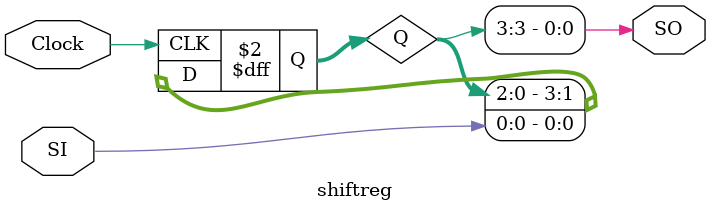
<source format=v>
module shiftreg (SO, SI, Clock);

  output SO;
  input SI;
  input Clock;

  reg [3:0] Q;
  always @(posedge Clock) begin
    Q <= {Q[2:0],SI};
  end

  assign SO = Q[3];

endmodule

</source>
